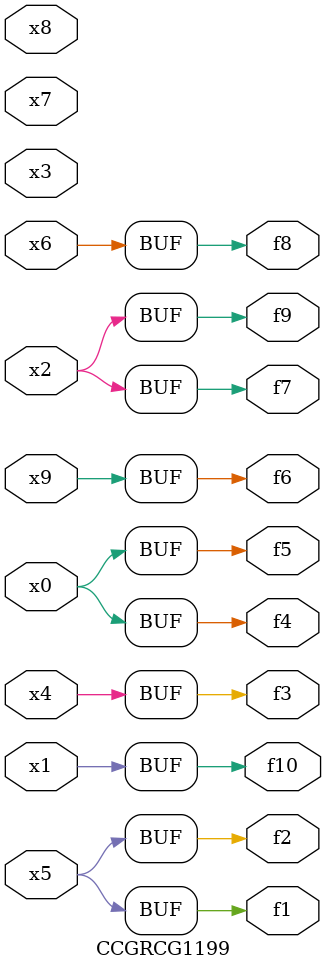
<source format=v>
module CCGRCG1199(
	input x0, x1, x2, x3, x4, x5, x6, x7, x8, x9,
	output f1, f2, f3, f4, f5, f6, f7, f8, f9, f10
);
	assign f1 = x5;
	assign f2 = x5;
	assign f3 = x4;
	assign f4 = x0;
	assign f5 = x0;
	assign f6 = x9;
	assign f7 = x2;
	assign f8 = x6;
	assign f9 = x2;
	assign f10 = x1;
endmodule

</source>
